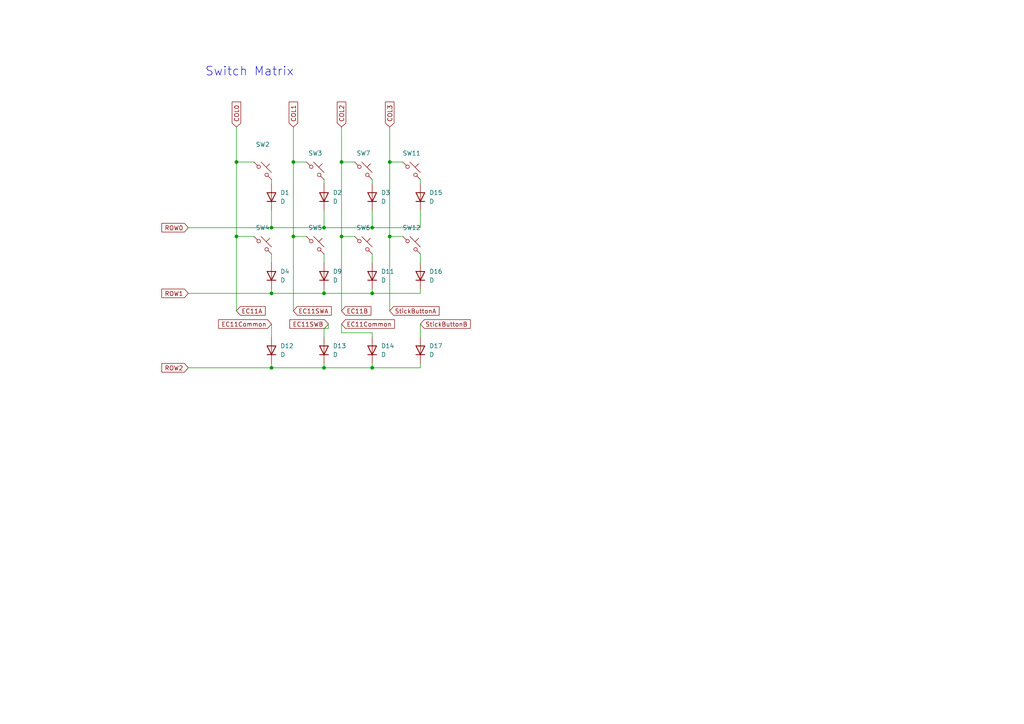
<source format=kicad_sch>
(kicad_sch (version 20231120) (generator "eeschema") (generator_version "8.0")
  (paper "A4")
  (lib_symbols
    (symbol "Device:D" (pin_numbers hide) (pin_names (offset 1.016) hide)
      (property "Reference" "D" (at 0 2.54 0))
      (property "Value" "D" (at 0 -2.54 0))
      (symbol "D_0_1"
        (polyline (pts (xy -1.27 1.27) (xy -1.27 -1.27)) (stroke (width 0.254)))
        (polyline (pts (xy 1.27 0) (xy -1.27 0)))
        (polyline (pts (xy 1.27 1.27) (xy 1.27 -1.27) (xy -1.27 0) (xy 1.27 1.27)) (stroke (width 0.254)))
      )
      (symbol "D_1_1"
        (pin passive line (at -3.81 0 0) (length 2.54) (name "K") (number "1"))
        (pin passive line (at 3.81 0 180) (length 2.54) (name "A") (number "2"))
      )
    )
    (symbol "Switch:SW_Push_45deg" (pin_numbers hide) (pin_names (offset 1.016) hide)
      (property "Reference" "SW" (at 3.048 1.016 0))
      (property "Value" "SW_Push_45deg" (at 0 -3.81 0))
      (symbol "SW_Push_45deg_0_1"
        (circle (center -1.1684 1.1684) (radius 0.508))
        (polyline (pts (xy -0.508 2.54) (xy 2.54 -0.508)))
        (polyline (pts (xy 1.016 1.016) (xy 2.032 2.032)))
        (polyline (pts (xy -2.54 2.54) (xy -1.524 1.524) (xy -1.524 1.524)))
        (polyline (pts (xy 1.524 -1.524) (xy 2.54 -2.54) (xy 2.54 -2.54) (xy 2.54 -2.54)))
        (circle (center 1.143 -1.1938) (radius 0.508))
        (pin passive line (at -2.54 2.54 0) (length 0) (name "1") (number "1"))
        (pin passive line (at 2.54 -2.54 180) (length 0) (name "2") (number "2"))
      )
    )
  )
  (junction (at 85.09 46.99))
  (junction (at 99.06 68.58))
  (junction (at 99.06 46.99))
  (junction (at 78.74 85.09))
  (junction (at 107.95 66.04))
  (junction (at 107.95 85.09))
  (junction (at 68.58 68.58))
  (junction (at 93.98 106.68))
  (junction (at 93.98 85.09))
  (junction (at 85.09 68.58))
  (junction (at 113.03 46.99))
  (junction (at 113.03 68.58))
  (junction (at 78.74 66.04))
  (junction (at 78.74 106.68))
  (junction (at 93.98 66.04))
  (junction (at 107.95 106.68))
  (junction (at 68.58 46.99))
  (wire (pts (xy 107.95 106.68) (xy 121.92 106.68)))
  (wire (pts (xy 107.95 96.52) (xy 107.95 97.79)))
  (wire (pts (xy 107.95 83.82) (xy 107.95 85.09)))
  (wire (pts (xy 68.58 46.99) (xy 68.58 68.58)))
  (wire (pts (xy 107.95 60.96) (xy 107.95 66.04)))
  (wire (pts (xy 99.06 36.83) (xy 99.06 46.99)))
  (wire (pts (xy 107.95 52.07) (xy 107.95 53.34)))
  (wire (pts (xy 68.58 68.58) (xy 73.66 68.58)))
  (wire (pts (xy 78.74 106.68) (xy 93.98 106.68)))
  (wire (pts (xy 121.92 83.82) (xy 121.92 85.09)))
  (wire (pts (xy 93.98 73.66) (xy 93.98 76.2)))
  (wire (pts (xy 95.25 93.98) (xy 95.25 95.25)))
  (wire (pts (xy 121.92 93.98) (xy 121.92 97.79)))
  (wire (pts (xy 113.03 68.58) (xy 116.84 68.58)))
  (wire (pts (xy 78.74 83.82) (xy 78.74 85.09)))
  (wire (pts (xy 78.74 60.96) (xy 78.74 66.04)))
  (wire (pts (xy 121.92 60.96) (xy 121.92 66.04)))
  (wire (pts (xy 54.61 85.09) (xy 78.74 85.09)))
  (wire (pts (xy 78.74 53.34) (xy 78.74 52.07)))
  (wire (pts (xy 121.92 73.66) (xy 121.92 76.2)))
  (wire (pts (xy 113.03 46.99) (xy 113.03 68.58)))
  (wire (pts (xy 85.09 46.99) (xy 88.9 46.99)))
  (wire (pts (xy 85.09 90.17) (xy 85.09 68.58)))
  (wire (pts (xy 85.09 46.99) (xy 85.09 36.83)))
  (wire (pts (xy 54.61 106.68) (xy 78.74 106.68)))
  (wire (pts (xy 95.25 95.25) (xy 93.98 95.25)))
  (wire (pts (xy 113.03 36.83) (xy 113.03 46.99)))
  (wire (pts (xy 54.61 66.04) (xy 78.74 66.04)))
  (wire (pts (xy 121.92 52.07) (xy 121.92 53.34)))
  (wire (pts (xy 93.98 106.68) (xy 93.98 105.41)))
  (wire (pts (xy 68.58 90.17) (xy 68.58 68.58)))
  (wire (pts (xy 78.74 85.09) (xy 93.98 85.09)))
  (wire (pts (xy 99.06 93.98) (xy 99.06 96.52)))
  (wire (pts (xy 68.58 46.99) (xy 73.66 46.99)))
  (wire (pts (xy 78.74 76.2) (xy 78.74 73.66)))
  (wire (pts (xy 107.95 73.66) (xy 107.95 76.2)))
  (wire (pts (xy 93.98 85.09) (xy 93.98 83.82)))
  (wire (pts (xy 93.98 95.25) (xy 93.98 97.79)))
  (wire (pts (xy 99.06 46.99) (xy 99.06 68.58)))
  (wire (pts (xy 107.95 85.09) (xy 93.98 85.09)))
  (wire (pts (xy 93.98 60.96) (xy 93.98 66.04)))
  (wire (pts (xy 113.03 46.99) (xy 116.84 46.99)))
  (wire (pts (xy 78.74 66.04) (xy 93.98 66.04)))
  (wire (pts (xy 113.03 68.58) (xy 113.03 90.17)))
  (wire (pts (xy 99.06 46.99) (xy 102.87 46.99)))
  (wire (pts (xy 107.95 105.41) (xy 107.95 106.68)))
  (wire (pts (xy 93.98 66.04) (xy 107.95 66.04)))
  (wire (pts (xy 68.58 36.83) (xy 68.58 46.99)))
  (wire (pts (xy 99.06 68.58) (xy 102.87 68.58)))
  (wire (pts (xy 107.95 85.09) (xy 121.92 85.09)))
  (wire (pts (xy 93.98 52.07) (xy 93.98 53.34)))
  (wire (pts (xy 78.74 93.98) (xy 78.74 97.79)))
  (wire (pts (xy 99.06 68.58) (xy 99.06 90.17)))
  (wire (pts (xy 78.74 105.41) (xy 78.74 106.68)))
  (wire (pts (xy 85.09 68.58) (xy 88.9 68.58)))
  (wire (pts (xy 107.95 66.04) (xy 121.92 66.04)))
  (wire (pts (xy 85.09 46.99) (xy 85.09 68.58)))
  (wire (pts (xy 107.95 106.68) (xy 93.98 106.68)))
  (wire (pts (xy 121.92 105.41) (xy 121.92 106.68)))
  (wire (pts (xy 99.06 96.52) (xy 107.95 96.52)))
  (text "Switch Matrix\n" (at 72.39 20.828 0) (effects (font (size 2.54 2.54))))
  (global_label "EC11SWB" (shape input) (at 95.25 93.98 180) (property "Intersheetrefs" "${INTERSHEET_REFS}" (effects (hide yes))))
  (global_label "EC11Common" (shape input) (at 99.06 93.98 0) (property "Intersheetrefs" "${INTERSHEET_REFS}" (effects (hide yes))))
  (global_label "ROW1" (shape input) (at 54.61 85.09 180) (property "Intersheetrefs" "${INTERSHEET_REFS}" (effects (hide yes))))
  (global_label "COL3" (shape input) (at 113.03 36.83 90) (property "Intersheetrefs" "${INTERSHEET_REFS}" (effects (hide yes))))
  (global_label "StickButtonB" (shape input) (at 121.92 93.98 0) (property "Intersheetrefs" "${INTERSHEET_REFS}" (effects (hide yes))))
  (global_label "EC11SWA" (shape input) (at 85.09 90.17 0) (property "Intersheetrefs" "${INTERSHEET_REFS}" (effects (hide yes))))
  (global_label "StickButtonA" (shape input) (at 113.03 90.17 0) (property "Intersheetrefs" "${INTERSHEET_REFS}" (effects (hide yes))))
  (global_label "COL2" (shape input) (at 99.06 36.83 90) (property "Intersheetrefs" "${INTERSHEET_REFS}" (effects (hide yes))))
  (global_label "COL0" (shape input) (at 68.58 36.83 90) (property "Intersheetrefs" "${INTERSHEET_REFS}" (effects (hide yes))))
  (global_label "EC11B" (shape input) (at 99.06 90.17 0) (property "Intersheetrefs" "${INTERSHEET_REFS}" (effects (hide yes))))
  (global_label "ROW0" (shape input) (at 54.61 66.04 180) (property "Intersheetrefs" "${INTERSHEET_REFS}" (effects (hide yes))))
  (global_label "EC11A" (shape input) (at 68.58 90.17 0) (property "Intersheetrefs" "${INTERSHEET_REFS}" (effects (hide yes))))
  (global_label "COL1" (shape input) (at 85.09 36.83 90) (property "Intersheetrefs" "${INTERSHEET_REFS}" (effects (hide yes))))
  (global_label "EC11Common" (shape input) (at 78.74 93.98 180) (property "Intersheetrefs" "${INTERSHEET_REFS}" (effects (hide yes))))
  (global_label "ROW2" (shape input) (at 54.61 106.68 180) (property "Intersheetrefs" "${INTERSHEET_REFS}" (effects (hide yes))))
  (symbol (lib_id "Device:D") (at 93.98 101.6 90) (unit 1)
    (property "Reference" "D13" (at 96.52 100.3299 90) (effects (justify right)))
    (property "Value" "D" (at 96.52 102.8699 90) (effects (justify right)))
    (property "Footprint" "Diode_THT:D_DO-35_SOD27_P7.62mm_Horizontal" (effects (hide yes)))
    (property "Description" "Diode" (effects (hide yes)))
    (property "Sim.Device" "D" (effects (hide yes)))
    (property "Sim.Pins" "1=K 2=A" (effects (hide yes)))
  )
  (symbol (lib_id "Device:D") (at 121.92 80.01 90) (unit 1)
    (property "Reference" "D16" (at 124.46 78.7399 90) (effects (justify right)))
    (property "Value" "D" (at 124.46 81.2799 90) (effects (justify right)))
    (property "Footprint" "Diode_THT:D_DO-35_SOD27_P7.62mm_Horizontal" (effects (hide yes)))
    (property "Description" "Diode" (effects (hide yes)))
    (property "Sim.Device" "D" (effects (hide yes)))
    (property "Sim.Pins" "1=K 2=A" (effects (hide yes)))
  )
  (symbol (lib_id "Switch:SW_Push_45deg") (at 76.2 71.12 0) (unit 1)
    (property "Reference" "SW4" (at 76.2 66.04 0))
    (property "Value" "SW_Push_45deg" (effects (hide yes)))
    (property "Footprint" "MX_Solderable:MX-Solderable-1U" (effects (hide yes)))
    (property "Description" "Push button switch, normally open, two pins, 45° tilted" (effects (hide yes)))
  )
  (symbol (lib_id "Device:D") (at 93.98 80.01 90) (unit 1)
    (property "Reference" "D9" (at 96.52 78.7399 90) (effects (justify right)))
    (property "Value" "D" (at 96.52 81.2799 90) (effects (justify right)))
    (property "Footprint" "Diode_THT:D_DO-35_SOD27_P7.62mm_Horizontal" (effects (hide yes)))
    (property "Description" "Diode" (effects (hide yes)))
    (property "Sim.Device" "D" (effects (hide yes)))
    (property "Sim.Pins" "1=K 2=A" (effects (hide yes)))
  )
  (symbol (lib_id "Device:D") (at 78.74 57.15 90) (unit 1)
    (property "Reference" "D1" (at 81.28 55.8799 90) (effects (justify right)))
    (property "Value" "D" (at 81.28 58.4199 90) (effects (justify right)))
    (property "Footprint" "Diode_THT:D_DO-35_SOD27_P7.62mm_Horizontal" (effects (hide yes)))
    (property "Description" "Diode" (effects (hide yes)))
    (property "Sim.Device" "D" (effects (hide yes)))
    (property "Sim.Pins" "1=K 2=A" (effects (hide yes)))
  )
  (symbol (lib_id "Switch:SW_Push_45deg") (at 91.44 49.53 0) (unit 1)
    (property "Reference" "SW3" (at 91.44 44.45 0))
    (property "Value" "SW_Push_45deg" (effects (hide yes)))
    (property "Footprint" "MX_Solderable:MX-Solderable-1U" (effects (hide yes)))
    (property "Description" "Push button switch, normally open, two pins, 45° tilted" (effects (hide yes)))
  )
  (symbol (lib_id "Device:D") (at 107.95 57.15 90) (unit 1)
    (property "Reference" "D3" (at 110.49 55.8799 90) (effects (justify right)))
    (property "Value" "D" (at 110.49 58.4199 90) (effects (justify right)))
    (property "Footprint" "Diode_THT:D_DO-35_SOD27_P7.62mm_Horizontal" (effects (hide yes)))
    (property "Description" "Diode" (effects (hide yes)))
    (property "Sim.Device" "D" (effects (hide yes)))
    (property "Sim.Pins" "1=K 2=A" (effects (hide yes)))
  )
  (symbol (lib_id "Device:D") (at 107.95 101.6 90) (unit 1)
    (property "Reference" "D14" (at 110.49 100.3299 90) (effects (justify right)))
    (property "Value" "D" (at 110.49 102.8699 90) (effects (justify right)))
    (property "Footprint" "Diode_THT:D_DO-35_SOD27_P7.62mm_Horizontal" (effects (hide yes)))
    (property "Description" "Diode" (effects (hide yes)))
    (property "Sim.Device" "D" (effects (hide yes)))
    (property "Sim.Pins" "1=K 2=A" (effects (hide yes)))
  )
  (symbol (lib_id "Device:D") (at 78.74 101.6 90) (unit 1)
    (property "Reference" "D12" (at 81.28 100.3299 90) (effects (justify right)))
    (property "Value" "D" (at 81.28 102.8699 90) (effects (justify right)))
    (property "Footprint" "Diode_THT:D_DO-35_SOD27_P7.62mm_Horizontal" (effects (hide yes)))
    (property "Description" "Diode" (effects (hide yes)))
    (property "Sim.Device" "D" (effects (hide yes)))
    (property "Sim.Pins" "1=K 2=A" (effects (hide yes)))
  )
  (symbol (lib_id "Device:D") (at 93.98 57.15 90) (unit 1)
    (property "Reference" "D2" (at 96.52 55.8799 90) (effects (justify right)))
    (property "Value" "D" (at 96.52 58.4199 90) (effects (justify right)))
    (property "Footprint" "Diode_THT:D_DO-35_SOD27_P7.62mm_Horizontal" (effects (hide yes)))
    (property "Description" "Diode" (effects (hide yes)))
    (property "Sim.Device" "D" (effects (hide yes)))
    (property "Sim.Pins" "1=K 2=A" (effects (hide yes)))
  )
  (symbol (lib_id "Switch:SW_Push_45deg") (at 119.38 71.12 0) (unit 1)
    (property "Reference" "SW12" (at 119.38 66.04 0))
    (property "Value" "SW_Push_45deg" (effects (hide yes)))
    (property "Footprint" "MX_Solderable:MX-Solderable-1U" (effects (hide yes)))
    (property "Description" "Push button switch, normally open, two pins, 45° tilted" (effects (hide yes)))
  )
  (symbol (lib_id "Switch:SW_Push_45deg") (at 76.2 49.53 0) (unit 1)
    (property "Reference" "SW2" (at 76.2 41.91 0))
    (property "Value" "SW_Push_45deg" (effects (hide yes)))
    (property "Footprint" "MX_Solderable:MX-Solderable-1U" (effects (hide yes)))
    (property "Description" "Push button switch, normally open, two pins, 45° tilted" (effects (hide yes)))
  )
  (symbol (lib_id "Device:D") (at 121.92 101.6 90) (unit 1)
    (property "Reference" "D17" (at 124.46 100.3299 90) (effects (justify right)))
    (property "Value" "D" (at 124.46 102.8699 90) (effects (justify right)))
    (property "Footprint" "Diode_THT:D_DO-35_SOD27_P7.62mm_Horizontal" (effects (hide yes)))
    (property "Description" "Diode" (effects (hide yes)))
    (property "Sim.Device" "D" (effects (hide yes)))
    (property "Sim.Pins" "1=K 2=A" (effects (hide yes)))
  )
  (symbol (lib_id "Switch:SW_Push_45deg") (at 105.41 49.53 0) (unit 1)
    (property "Reference" "SW7" (at 105.41 44.45 0))
    (property "Value" "SW_Push_45deg" (effects (hide yes)))
    (property "Footprint" "MX_Solderable:MX-Solderable-1U" (effects (hide yes)))
    (property "Description" "Push button switch, normally open, two pins, 45° tilted" (effects (hide yes)))
  )
  (symbol (lib_id "Device:D") (at 107.95 80.01 90) (unit 1)
    (property "Reference" "D11" (at 110.49 78.7399 90) (effects (justify right)))
    (property "Value" "D" (at 110.49 81.2799 90) (effects (justify right)))
    (property "Footprint" "Diode_THT:D_DO-35_SOD27_P7.62mm_Horizontal" (effects (hide yes)))
    (property "Description" "Diode" (effects (hide yes)))
    (property "Sim.Device" "D" (effects (hide yes)))
    (property "Sim.Pins" "1=K 2=A" (effects (hide yes)))
  )
  (symbol (lib_id "Device:D") (at 78.74 80.01 90) (unit 1)
    (property "Reference" "D4" (at 81.28 78.7399 90) (effects (justify right)))
    (property "Value" "D" (at 81.28 81.2799 90) (effects (justify right)))
    (property "Footprint" "Diode_THT:D_DO-35_SOD27_P7.62mm_Horizontal" (effects (hide yes)))
    (property "Description" "Diode" (effects (hide yes)))
    (property "Sim.Device" "D" (effects (hide yes)))
    (property "Sim.Pins" "1=K 2=A" (effects (hide yes)))
  )
  (symbol (lib_id "Switch:SW_Push_45deg") (at 91.44 71.12 0) (unit 1)
    (property "Reference" "SW5" (at 91.44 66.04 0))
    (property "Value" "SW_Push_45deg" (effects (hide yes)))
    (property "Footprint" "MX_Solderable:MX-Solderable-1U" (effects (hide yes)))
    (property "Description" "Push button switch, normally open, two pins, 45° tilted" (effects (hide yes)))
  )
  (symbol (lib_id "Device:D") (at 121.92 57.15 90) (unit 1)
    (property "Reference" "D15" (at 124.46 55.8799 90) (effects (justify right)))
    (property "Value" "D" (at 124.46 58.4199 90) (effects (justify right)))
    (property "Footprint" "Diode_THT:D_DO-35_SOD27_P7.62mm_Horizontal" (effects (hide yes)))
    (property "Description" "Diode" (effects (hide yes)))
    (property "Sim.Device" "D" (effects (hide yes)))
    (property "Sim.Pins" "1=K 2=A" (effects (hide yes)))
  )
  (symbol (lib_id "Switch:SW_Push_45deg") (at 105.41 71.12 0) (unit 1)
    (property "Reference" "SW6" (at 105.41 66.04 0))
    (property "Value" "SW_Push_45deg" (effects (hide yes)))
    (property "Footprint" "MX_Solderable:MX-Solderable-1U" (effects (hide yes)))
    (property "Description" "Push button switch, normally open, two pins, 45° tilted" (effects (hide yes)))
  )
  (symbol (lib_id "Switch:SW_Push_45deg") (at 119.38 49.53 0) (unit 1)
    (property "Reference" "SW11" (at 119.38 44.45 0))
    (property "Value" "SW_Push_45deg" (effects (hide yes)))
    (property "Footprint" "MX_Solderable:MX-Solderable-1U" (effects (hide yes)))
    (property "Description" "Push button switch, normally open, two pins, 45° tilted" (effects (hide yes)))
  )
)
</source>
